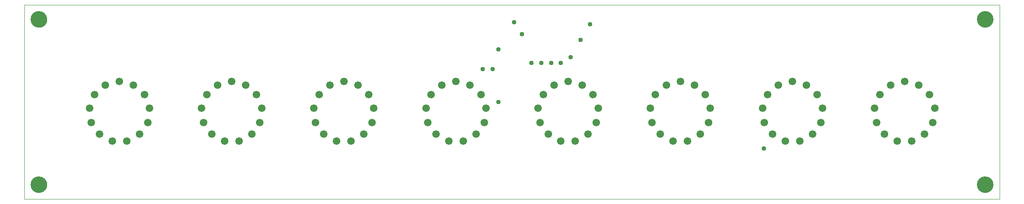
<source format=gts>
G75*
%MOIN*%
%OFA0B0*%
%FSLAX25Y25*%
%IPPOS*%
%LPD*%
%AMOC8*
5,1,8,0,0,1.08239X$1,22.5*
%
%ADD10C,0.00000*%
%ADD11C,0.13398*%
%ADD12C,0.06107*%
%ADD13C,0.03778*%
D10*
X0001000Y0001000D02*
X0001000Y0158480D01*
X0788402Y0158480D01*
X0788402Y0001000D01*
X0001000Y0001000D01*
X0006512Y0012811D02*
X0006514Y0012969D01*
X0006520Y0013127D01*
X0006530Y0013285D01*
X0006544Y0013443D01*
X0006562Y0013600D01*
X0006583Y0013757D01*
X0006609Y0013913D01*
X0006639Y0014069D01*
X0006672Y0014224D01*
X0006710Y0014377D01*
X0006751Y0014530D01*
X0006796Y0014682D01*
X0006845Y0014833D01*
X0006898Y0014982D01*
X0006954Y0015130D01*
X0007014Y0015276D01*
X0007078Y0015421D01*
X0007146Y0015564D01*
X0007217Y0015706D01*
X0007291Y0015846D01*
X0007369Y0015983D01*
X0007451Y0016119D01*
X0007535Y0016253D01*
X0007624Y0016384D01*
X0007715Y0016513D01*
X0007810Y0016640D01*
X0007907Y0016765D01*
X0008008Y0016887D01*
X0008112Y0017006D01*
X0008219Y0017123D01*
X0008329Y0017237D01*
X0008442Y0017348D01*
X0008557Y0017457D01*
X0008675Y0017562D01*
X0008796Y0017664D01*
X0008919Y0017764D01*
X0009045Y0017860D01*
X0009173Y0017953D01*
X0009303Y0018043D01*
X0009436Y0018129D01*
X0009571Y0018213D01*
X0009707Y0018292D01*
X0009846Y0018369D01*
X0009987Y0018441D01*
X0010129Y0018511D01*
X0010273Y0018576D01*
X0010419Y0018638D01*
X0010566Y0018696D01*
X0010715Y0018751D01*
X0010865Y0018802D01*
X0011016Y0018849D01*
X0011168Y0018892D01*
X0011321Y0018931D01*
X0011476Y0018967D01*
X0011631Y0018998D01*
X0011787Y0019026D01*
X0011943Y0019050D01*
X0012100Y0019070D01*
X0012258Y0019086D01*
X0012415Y0019098D01*
X0012574Y0019106D01*
X0012732Y0019110D01*
X0012890Y0019110D01*
X0013048Y0019106D01*
X0013207Y0019098D01*
X0013364Y0019086D01*
X0013522Y0019070D01*
X0013679Y0019050D01*
X0013835Y0019026D01*
X0013991Y0018998D01*
X0014146Y0018967D01*
X0014301Y0018931D01*
X0014454Y0018892D01*
X0014606Y0018849D01*
X0014757Y0018802D01*
X0014907Y0018751D01*
X0015056Y0018696D01*
X0015203Y0018638D01*
X0015349Y0018576D01*
X0015493Y0018511D01*
X0015635Y0018441D01*
X0015776Y0018369D01*
X0015915Y0018292D01*
X0016051Y0018213D01*
X0016186Y0018129D01*
X0016319Y0018043D01*
X0016449Y0017953D01*
X0016577Y0017860D01*
X0016703Y0017764D01*
X0016826Y0017664D01*
X0016947Y0017562D01*
X0017065Y0017457D01*
X0017180Y0017348D01*
X0017293Y0017237D01*
X0017403Y0017123D01*
X0017510Y0017006D01*
X0017614Y0016887D01*
X0017715Y0016765D01*
X0017812Y0016640D01*
X0017907Y0016513D01*
X0017998Y0016384D01*
X0018087Y0016253D01*
X0018171Y0016119D01*
X0018253Y0015983D01*
X0018331Y0015846D01*
X0018405Y0015706D01*
X0018476Y0015564D01*
X0018544Y0015421D01*
X0018608Y0015276D01*
X0018668Y0015130D01*
X0018724Y0014982D01*
X0018777Y0014833D01*
X0018826Y0014682D01*
X0018871Y0014530D01*
X0018912Y0014377D01*
X0018950Y0014224D01*
X0018983Y0014069D01*
X0019013Y0013913D01*
X0019039Y0013757D01*
X0019060Y0013600D01*
X0019078Y0013443D01*
X0019092Y0013285D01*
X0019102Y0013127D01*
X0019108Y0012969D01*
X0019110Y0012811D01*
X0019108Y0012653D01*
X0019102Y0012495D01*
X0019092Y0012337D01*
X0019078Y0012179D01*
X0019060Y0012022D01*
X0019039Y0011865D01*
X0019013Y0011709D01*
X0018983Y0011553D01*
X0018950Y0011398D01*
X0018912Y0011245D01*
X0018871Y0011092D01*
X0018826Y0010940D01*
X0018777Y0010789D01*
X0018724Y0010640D01*
X0018668Y0010492D01*
X0018608Y0010346D01*
X0018544Y0010201D01*
X0018476Y0010058D01*
X0018405Y0009916D01*
X0018331Y0009776D01*
X0018253Y0009639D01*
X0018171Y0009503D01*
X0018087Y0009369D01*
X0017998Y0009238D01*
X0017907Y0009109D01*
X0017812Y0008982D01*
X0017715Y0008857D01*
X0017614Y0008735D01*
X0017510Y0008616D01*
X0017403Y0008499D01*
X0017293Y0008385D01*
X0017180Y0008274D01*
X0017065Y0008165D01*
X0016947Y0008060D01*
X0016826Y0007958D01*
X0016703Y0007858D01*
X0016577Y0007762D01*
X0016449Y0007669D01*
X0016319Y0007579D01*
X0016186Y0007493D01*
X0016051Y0007409D01*
X0015915Y0007330D01*
X0015776Y0007253D01*
X0015635Y0007181D01*
X0015493Y0007111D01*
X0015349Y0007046D01*
X0015203Y0006984D01*
X0015056Y0006926D01*
X0014907Y0006871D01*
X0014757Y0006820D01*
X0014606Y0006773D01*
X0014454Y0006730D01*
X0014301Y0006691D01*
X0014146Y0006655D01*
X0013991Y0006624D01*
X0013835Y0006596D01*
X0013679Y0006572D01*
X0013522Y0006552D01*
X0013364Y0006536D01*
X0013207Y0006524D01*
X0013048Y0006516D01*
X0012890Y0006512D01*
X0012732Y0006512D01*
X0012574Y0006516D01*
X0012415Y0006524D01*
X0012258Y0006536D01*
X0012100Y0006552D01*
X0011943Y0006572D01*
X0011787Y0006596D01*
X0011631Y0006624D01*
X0011476Y0006655D01*
X0011321Y0006691D01*
X0011168Y0006730D01*
X0011016Y0006773D01*
X0010865Y0006820D01*
X0010715Y0006871D01*
X0010566Y0006926D01*
X0010419Y0006984D01*
X0010273Y0007046D01*
X0010129Y0007111D01*
X0009987Y0007181D01*
X0009846Y0007253D01*
X0009707Y0007330D01*
X0009571Y0007409D01*
X0009436Y0007493D01*
X0009303Y0007579D01*
X0009173Y0007669D01*
X0009045Y0007762D01*
X0008919Y0007858D01*
X0008796Y0007958D01*
X0008675Y0008060D01*
X0008557Y0008165D01*
X0008442Y0008274D01*
X0008329Y0008385D01*
X0008219Y0008499D01*
X0008112Y0008616D01*
X0008008Y0008735D01*
X0007907Y0008857D01*
X0007810Y0008982D01*
X0007715Y0009109D01*
X0007624Y0009238D01*
X0007535Y0009369D01*
X0007451Y0009503D01*
X0007369Y0009639D01*
X0007291Y0009776D01*
X0007217Y0009916D01*
X0007146Y0010058D01*
X0007078Y0010201D01*
X0007014Y0010346D01*
X0006954Y0010492D01*
X0006898Y0010640D01*
X0006845Y0010789D01*
X0006796Y0010940D01*
X0006751Y0011092D01*
X0006710Y0011245D01*
X0006672Y0011398D01*
X0006639Y0011553D01*
X0006609Y0011709D01*
X0006583Y0011865D01*
X0006562Y0012022D01*
X0006544Y0012179D01*
X0006530Y0012337D01*
X0006520Y0012495D01*
X0006514Y0012653D01*
X0006512Y0012811D01*
X0006512Y0146669D02*
X0006514Y0146827D01*
X0006520Y0146985D01*
X0006530Y0147143D01*
X0006544Y0147301D01*
X0006562Y0147458D01*
X0006583Y0147615D01*
X0006609Y0147771D01*
X0006639Y0147927D01*
X0006672Y0148082D01*
X0006710Y0148235D01*
X0006751Y0148388D01*
X0006796Y0148540D01*
X0006845Y0148691D01*
X0006898Y0148840D01*
X0006954Y0148988D01*
X0007014Y0149134D01*
X0007078Y0149279D01*
X0007146Y0149422D01*
X0007217Y0149564D01*
X0007291Y0149704D01*
X0007369Y0149841D01*
X0007451Y0149977D01*
X0007535Y0150111D01*
X0007624Y0150242D01*
X0007715Y0150371D01*
X0007810Y0150498D01*
X0007907Y0150623D01*
X0008008Y0150745D01*
X0008112Y0150864D01*
X0008219Y0150981D01*
X0008329Y0151095D01*
X0008442Y0151206D01*
X0008557Y0151315D01*
X0008675Y0151420D01*
X0008796Y0151522D01*
X0008919Y0151622D01*
X0009045Y0151718D01*
X0009173Y0151811D01*
X0009303Y0151901D01*
X0009436Y0151987D01*
X0009571Y0152071D01*
X0009707Y0152150D01*
X0009846Y0152227D01*
X0009987Y0152299D01*
X0010129Y0152369D01*
X0010273Y0152434D01*
X0010419Y0152496D01*
X0010566Y0152554D01*
X0010715Y0152609D01*
X0010865Y0152660D01*
X0011016Y0152707D01*
X0011168Y0152750D01*
X0011321Y0152789D01*
X0011476Y0152825D01*
X0011631Y0152856D01*
X0011787Y0152884D01*
X0011943Y0152908D01*
X0012100Y0152928D01*
X0012258Y0152944D01*
X0012415Y0152956D01*
X0012574Y0152964D01*
X0012732Y0152968D01*
X0012890Y0152968D01*
X0013048Y0152964D01*
X0013207Y0152956D01*
X0013364Y0152944D01*
X0013522Y0152928D01*
X0013679Y0152908D01*
X0013835Y0152884D01*
X0013991Y0152856D01*
X0014146Y0152825D01*
X0014301Y0152789D01*
X0014454Y0152750D01*
X0014606Y0152707D01*
X0014757Y0152660D01*
X0014907Y0152609D01*
X0015056Y0152554D01*
X0015203Y0152496D01*
X0015349Y0152434D01*
X0015493Y0152369D01*
X0015635Y0152299D01*
X0015776Y0152227D01*
X0015915Y0152150D01*
X0016051Y0152071D01*
X0016186Y0151987D01*
X0016319Y0151901D01*
X0016449Y0151811D01*
X0016577Y0151718D01*
X0016703Y0151622D01*
X0016826Y0151522D01*
X0016947Y0151420D01*
X0017065Y0151315D01*
X0017180Y0151206D01*
X0017293Y0151095D01*
X0017403Y0150981D01*
X0017510Y0150864D01*
X0017614Y0150745D01*
X0017715Y0150623D01*
X0017812Y0150498D01*
X0017907Y0150371D01*
X0017998Y0150242D01*
X0018087Y0150111D01*
X0018171Y0149977D01*
X0018253Y0149841D01*
X0018331Y0149704D01*
X0018405Y0149564D01*
X0018476Y0149422D01*
X0018544Y0149279D01*
X0018608Y0149134D01*
X0018668Y0148988D01*
X0018724Y0148840D01*
X0018777Y0148691D01*
X0018826Y0148540D01*
X0018871Y0148388D01*
X0018912Y0148235D01*
X0018950Y0148082D01*
X0018983Y0147927D01*
X0019013Y0147771D01*
X0019039Y0147615D01*
X0019060Y0147458D01*
X0019078Y0147301D01*
X0019092Y0147143D01*
X0019102Y0146985D01*
X0019108Y0146827D01*
X0019110Y0146669D01*
X0019108Y0146511D01*
X0019102Y0146353D01*
X0019092Y0146195D01*
X0019078Y0146037D01*
X0019060Y0145880D01*
X0019039Y0145723D01*
X0019013Y0145567D01*
X0018983Y0145411D01*
X0018950Y0145256D01*
X0018912Y0145103D01*
X0018871Y0144950D01*
X0018826Y0144798D01*
X0018777Y0144647D01*
X0018724Y0144498D01*
X0018668Y0144350D01*
X0018608Y0144204D01*
X0018544Y0144059D01*
X0018476Y0143916D01*
X0018405Y0143774D01*
X0018331Y0143634D01*
X0018253Y0143497D01*
X0018171Y0143361D01*
X0018087Y0143227D01*
X0017998Y0143096D01*
X0017907Y0142967D01*
X0017812Y0142840D01*
X0017715Y0142715D01*
X0017614Y0142593D01*
X0017510Y0142474D01*
X0017403Y0142357D01*
X0017293Y0142243D01*
X0017180Y0142132D01*
X0017065Y0142023D01*
X0016947Y0141918D01*
X0016826Y0141816D01*
X0016703Y0141716D01*
X0016577Y0141620D01*
X0016449Y0141527D01*
X0016319Y0141437D01*
X0016186Y0141351D01*
X0016051Y0141267D01*
X0015915Y0141188D01*
X0015776Y0141111D01*
X0015635Y0141039D01*
X0015493Y0140969D01*
X0015349Y0140904D01*
X0015203Y0140842D01*
X0015056Y0140784D01*
X0014907Y0140729D01*
X0014757Y0140678D01*
X0014606Y0140631D01*
X0014454Y0140588D01*
X0014301Y0140549D01*
X0014146Y0140513D01*
X0013991Y0140482D01*
X0013835Y0140454D01*
X0013679Y0140430D01*
X0013522Y0140410D01*
X0013364Y0140394D01*
X0013207Y0140382D01*
X0013048Y0140374D01*
X0012890Y0140370D01*
X0012732Y0140370D01*
X0012574Y0140374D01*
X0012415Y0140382D01*
X0012258Y0140394D01*
X0012100Y0140410D01*
X0011943Y0140430D01*
X0011787Y0140454D01*
X0011631Y0140482D01*
X0011476Y0140513D01*
X0011321Y0140549D01*
X0011168Y0140588D01*
X0011016Y0140631D01*
X0010865Y0140678D01*
X0010715Y0140729D01*
X0010566Y0140784D01*
X0010419Y0140842D01*
X0010273Y0140904D01*
X0010129Y0140969D01*
X0009987Y0141039D01*
X0009846Y0141111D01*
X0009707Y0141188D01*
X0009571Y0141267D01*
X0009436Y0141351D01*
X0009303Y0141437D01*
X0009173Y0141527D01*
X0009045Y0141620D01*
X0008919Y0141716D01*
X0008796Y0141816D01*
X0008675Y0141918D01*
X0008557Y0142023D01*
X0008442Y0142132D01*
X0008329Y0142243D01*
X0008219Y0142357D01*
X0008112Y0142474D01*
X0008008Y0142593D01*
X0007907Y0142715D01*
X0007810Y0142840D01*
X0007715Y0142967D01*
X0007624Y0143096D01*
X0007535Y0143227D01*
X0007451Y0143361D01*
X0007369Y0143497D01*
X0007291Y0143634D01*
X0007217Y0143774D01*
X0007146Y0143916D01*
X0007078Y0144059D01*
X0007014Y0144204D01*
X0006954Y0144350D01*
X0006898Y0144498D01*
X0006845Y0144647D01*
X0006796Y0144798D01*
X0006751Y0144950D01*
X0006710Y0145103D01*
X0006672Y0145256D01*
X0006639Y0145411D01*
X0006609Y0145567D01*
X0006583Y0145723D01*
X0006562Y0145880D01*
X0006544Y0146037D01*
X0006530Y0146195D01*
X0006520Y0146353D01*
X0006514Y0146511D01*
X0006512Y0146669D01*
X0770292Y0146669D02*
X0770294Y0146827D01*
X0770300Y0146985D01*
X0770310Y0147143D01*
X0770324Y0147301D01*
X0770342Y0147458D01*
X0770363Y0147615D01*
X0770389Y0147771D01*
X0770419Y0147927D01*
X0770452Y0148082D01*
X0770490Y0148235D01*
X0770531Y0148388D01*
X0770576Y0148540D01*
X0770625Y0148691D01*
X0770678Y0148840D01*
X0770734Y0148988D01*
X0770794Y0149134D01*
X0770858Y0149279D01*
X0770926Y0149422D01*
X0770997Y0149564D01*
X0771071Y0149704D01*
X0771149Y0149841D01*
X0771231Y0149977D01*
X0771315Y0150111D01*
X0771404Y0150242D01*
X0771495Y0150371D01*
X0771590Y0150498D01*
X0771687Y0150623D01*
X0771788Y0150745D01*
X0771892Y0150864D01*
X0771999Y0150981D01*
X0772109Y0151095D01*
X0772222Y0151206D01*
X0772337Y0151315D01*
X0772455Y0151420D01*
X0772576Y0151522D01*
X0772699Y0151622D01*
X0772825Y0151718D01*
X0772953Y0151811D01*
X0773083Y0151901D01*
X0773216Y0151987D01*
X0773351Y0152071D01*
X0773487Y0152150D01*
X0773626Y0152227D01*
X0773767Y0152299D01*
X0773909Y0152369D01*
X0774053Y0152434D01*
X0774199Y0152496D01*
X0774346Y0152554D01*
X0774495Y0152609D01*
X0774645Y0152660D01*
X0774796Y0152707D01*
X0774948Y0152750D01*
X0775101Y0152789D01*
X0775256Y0152825D01*
X0775411Y0152856D01*
X0775567Y0152884D01*
X0775723Y0152908D01*
X0775880Y0152928D01*
X0776038Y0152944D01*
X0776195Y0152956D01*
X0776354Y0152964D01*
X0776512Y0152968D01*
X0776670Y0152968D01*
X0776828Y0152964D01*
X0776987Y0152956D01*
X0777144Y0152944D01*
X0777302Y0152928D01*
X0777459Y0152908D01*
X0777615Y0152884D01*
X0777771Y0152856D01*
X0777926Y0152825D01*
X0778081Y0152789D01*
X0778234Y0152750D01*
X0778386Y0152707D01*
X0778537Y0152660D01*
X0778687Y0152609D01*
X0778836Y0152554D01*
X0778983Y0152496D01*
X0779129Y0152434D01*
X0779273Y0152369D01*
X0779415Y0152299D01*
X0779556Y0152227D01*
X0779695Y0152150D01*
X0779831Y0152071D01*
X0779966Y0151987D01*
X0780099Y0151901D01*
X0780229Y0151811D01*
X0780357Y0151718D01*
X0780483Y0151622D01*
X0780606Y0151522D01*
X0780727Y0151420D01*
X0780845Y0151315D01*
X0780960Y0151206D01*
X0781073Y0151095D01*
X0781183Y0150981D01*
X0781290Y0150864D01*
X0781394Y0150745D01*
X0781495Y0150623D01*
X0781592Y0150498D01*
X0781687Y0150371D01*
X0781778Y0150242D01*
X0781867Y0150111D01*
X0781951Y0149977D01*
X0782033Y0149841D01*
X0782111Y0149704D01*
X0782185Y0149564D01*
X0782256Y0149422D01*
X0782324Y0149279D01*
X0782388Y0149134D01*
X0782448Y0148988D01*
X0782504Y0148840D01*
X0782557Y0148691D01*
X0782606Y0148540D01*
X0782651Y0148388D01*
X0782692Y0148235D01*
X0782730Y0148082D01*
X0782763Y0147927D01*
X0782793Y0147771D01*
X0782819Y0147615D01*
X0782840Y0147458D01*
X0782858Y0147301D01*
X0782872Y0147143D01*
X0782882Y0146985D01*
X0782888Y0146827D01*
X0782890Y0146669D01*
X0782888Y0146511D01*
X0782882Y0146353D01*
X0782872Y0146195D01*
X0782858Y0146037D01*
X0782840Y0145880D01*
X0782819Y0145723D01*
X0782793Y0145567D01*
X0782763Y0145411D01*
X0782730Y0145256D01*
X0782692Y0145103D01*
X0782651Y0144950D01*
X0782606Y0144798D01*
X0782557Y0144647D01*
X0782504Y0144498D01*
X0782448Y0144350D01*
X0782388Y0144204D01*
X0782324Y0144059D01*
X0782256Y0143916D01*
X0782185Y0143774D01*
X0782111Y0143634D01*
X0782033Y0143497D01*
X0781951Y0143361D01*
X0781867Y0143227D01*
X0781778Y0143096D01*
X0781687Y0142967D01*
X0781592Y0142840D01*
X0781495Y0142715D01*
X0781394Y0142593D01*
X0781290Y0142474D01*
X0781183Y0142357D01*
X0781073Y0142243D01*
X0780960Y0142132D01*
X0780845Y0142023D01*
X0780727Y0141918D01*
X0780606Y0141816D01*
X0780483Y0141716D01*
X0780357Y0141620D01*
X0780229Y0141527D01*
X0780099Y0141437D01*
X0779966Y0141351D01*
X0779831Y0141267D01*
X0779695Y0141188D01*
X0779556Y0141111D01*
X0779415Y0141039D01*
X0779273Y0140969D01*
X0779129Y0140904D01*
X0778983Y0140842D01*
X0778836Y0140784D01*
X0778687Y0140729D01*
X0778537Y0140678D01*
X0778386Y0140631D01*
X0778234Y0140588D01*
X0778081Y0140549D01*
X0777926Y0140513D01*
X0777771Y0140482D01*
X0777615Y0140454D01*
X0777459Y0140430D01*
X0777302Y0140410D01*
X0777144Y0140394D01*
X0776987Y0140382D01*
X0776828Y0140374D01*
X0776670Y0140370D01*
X0776512Y0140370D01*
X0776354Y0140374D01*
X0776195Y0140382D01*
X0776038Y0140394D01*
X0775880Y0140410D01*
X0775723Y0140430D01*
X0775567Y0140454D01*
X0775411Y0140482D01*
X0775256Y0140513D01*
X0775101Y0140549D01*
X0774948Y0140588D01*
X0774796Y0140631D01*
X0774645Y0140678D01*
X0774495Y0140729D01*
X0774346Y0140784D01*
X0774199Y0140842D01*
X0774053Y0140904D01*
X0773909Y0140969D01*
X0773767Y0141039D01*
X0773626Y0141111D01*
X0773487Y0141188D01*
X0773351Y0141267D01*
X0773216Y0141351D01*
X0773083Y0141437D01*
X0772953Y0141527D01*
X0772825Y0141620D01*
X0772699Y0141716D01*
X0772576Y0141816D01*
X0772455Y0141918D01*
X0772337Y0142023D01*
X0772222Y0142132D01*
X0772109Y0142243D01*
X0771999Y0142357D01*
X0771892Y0142474D01*
X0771788Y0142593D01*
X0771687Y0142715D01*
X0771590Y0142840D01*
X0771495Y0142967D01*
X0771404Y0143096D01*
X0771315Y0143227D01*
X0771231Y0143361D01*
X0771149Y0143497D01*
X0771071Y0143634D01*
X0770997Y0143774D01*
X0770926Y0143916D01*
X0770858Y0144059D01*
X0770794Y0144204D01*
X0770734Y0144350D01*
X0770678Y0144498D01*
X0770625Y0144647D01*
X0770576Y0144798D01*
X0770531Y0144950D01*
X0770490Y0145103D01*
X0770452Y0145256D01*
X0770419Y0145411D01*
X0770389Y0145567D01*
X0770363Y0145723D01*
X0770342Y0145880D01*
X0770324Y0146037D01*
X0770310Y0146195D01*
X0770300Y0146353D01*
X0770294Y0146511D01*
X0770292Y0146669D01*
X0770292Y0012811D02*
X0770294Y0012969D01*
X0770300Y0013127D01*
X0770310Y0013285D01*
X0770324Y0013443D01*
X0770342Y0013600D01*
X0770363Y0013757D01*
X0770389Y0013913D01*
X0770419Y0014069D01*
X0770452Y0014224D01*
X0770490Y0014377D01*
X0770531Y0014530D01*
X0770576Y0014682D01*
X0770625Y0014833D01*
X0770678Y0014982D01*
X0770734Y0015130D01*
X0770794Y0015276D01*
X0770858Y0015421D01*
X0770926Y0015564D01*
X0770997Y0015706D01*
X0771071Y0015846D01*
X0771149Y0015983D01*
X0771231Y0016119D01*
X0771315Y0016253D01*
X0771404Y0016384D01*
X0771495Y0016513D01*
X0771590Y0016640D01*
X0771687Y0016765D01*
X0771788Y0016887D01*
X0771892Y0017006D01*
X0771999Y0017123D01*
X0772109Y0017237D01*
X0772222Y0017348D01*
X0772337Y0017457D01*
X0772455Y0017562D01*
X0772576Y0017664D01*
X0772699Y0017764D01*
X0772825Y0017860D01*
X0772953Y0017953D01*
X0773083Y0018043D01*
X0773216Y0018129D01*
X0773351Y0018213D01*
X0773487Y0018292D01*
X0773626Y0018369D01*
X0773767Y0018441D01*
X0773909Y0018511D01*
X0774053Y0018576D01*
X0774199Y0018638D01*
X0774346Y0018696D01*
X0774495Y0018751D01*
X0774645Y0018802D01*
X0774796Y0018849D01*
X0774948Y0018892D01*
X0775101Y0018931D01*
X0775256Y0018967D01*
X0775411Y0018998D01*
X0775567Y0019026D01*
X0775723Y0019050D01*
X0775880Y0019070D01*
X0776038Y0019086D01*
X0776195Y0019098D01*
X0776354Y0019106D01*
X0776512Y0019110D01*
X0776670Y0019110D01*
X0776828Y0019106D01*
X0776987Y0019098D01*
X0777144Y0019086D01*
X0777302Y0019070D01*
X0777459Y0019050D01*
X0777615Y0019026D01*
X0777771Y0018998D01*
X0777926Y0018967D01*
X0778081Y0018931D01*
X0778234Y0018892D01*
X0778386Y0018849D01*
X0778537Y0018802D01*
X0778687Y0018751D01*
X0778836Y0018696D01*
X0778983Y0018638D01*
X0779129Y0018576D01*
X0779273Y0018511D01*
X0779415Y0018441D01*
X0779556Y0018369D01*
X0779695Y0018292D01*
X0779831Y0018213D01*
X0779966Y0018129D01*
X0780099Y0018043D01*
X0780229Y0017953D01*
X0780357Y0017860D01*
X0780483Y0017764D01*
X0780606Y0017664D01*
X0780727Y0017562D01*
X0780845Y0017457D01*
X0780960Y0017348D01*
X0781073Y0017237D01*
X0781183Y0017123D01*
X0781290Y0017006D01*
X0781394Y0016887D01*
X0781495Y0016765D01*
X0781592Y0016640D01*
X0781687Y0016513D01*
X0781778Y0016384D01*
X0781867Y0016253D01*
X0781951Y0016119D01*
X0782033Y0015983D01*
X0782111Y0015846D01*
X0782185Y0015706D01*
X0782256Y0015564D01*
X0782324Y0015421D01*
X0782388Y0015276D01*
X0782448Y0015130D01*
X0782504Y0014982D01*
X0782557Y0014833D01*
X0782606Y0014682D01*
X0782651Y0014530D01*
X0782692Y0014377D01*
X0782730Y0014224D01*
X0782763Y0014069D01*
X0782793Y0013913D01*
X0782819Y0013757D01*
X0782840Y0013600D01*
X0782858Y0013443D01*
X0782872Y0013285D01*
X0782882Y0013127D01*
X0782888Y0012969D01*
X0782890Y0012811D01*
X0782888Y0012653D01*
X0782882Y0012495D01*
X0782872Y0012337D01*
X0782858Y0012179D01*
X0782840Y0012022D01*
X0782819Y0011865D01*
X0782793Y0011709D01*
X0782763Y0011553D01*
X0782730Y0011398D01*
X0782692Y0011245D01*
X0782651Y0011092D01*
X0782606Y0010940D01*
X0782557Y0010789D01*
X0782504Y0010640D01*
X0782448Y0010492D01*
X0782388Y0010346D01*
X0782324Y0010201D01*
X0782256Y0010058D01*
X0782185Y0009916D01*
X0782111Y0009776D01*
X0782033Y0009639D01*
X0781951Y0009503D01*
X0781867Y0009369D01*
X0781778Y0009238D01*
X0781687Y0009109D01*
X0781592Y0008982D01*
X0781495Y0008857D01*
X0781394Y0008735D01*
X0781290Y0008616D01*
X0781183Y0008499D01*
X0781073Y0008385D01*
X0780960Y0008274D01*
X0780845Y0008165D01*
X0780727Y0008060D01*
X0780606Y0007958D01*
X0780483Y0007858D01*
X0780357Y0007762D01*
X0780229Y0007669D01*
X0780099Y0007579D01*
X0779966Y0007493D01*
X0779831Y0007409D01*
X0779695Y0007330D01*
X0779556Y0007253D01*
X0779415Y0007181D01*
X0779273Y0007111D01*
X0779129Y0007046D01*
X0778983Y0006984D01*
X0778836Y0006926D01*
X0778687Y0006871D01*
X0778537Y0006820D01*
X0778386Y0006773D01*
X0778234Y0006730D01*
X0778081Y0006691D01*
X0777926Y0006655D01*
X0777771Y0006624D01*
X0777615Y0006596D01*
X0777459Y0006572D01*
X0777302Y0006552D01*
X0777144Y0006536D01*
X0776987Y0006524D01*
X0776828Y0006516D01*
X0776670Y0006512D01*
X0776512Y0006512D01*
X0776354Y0006516D01*
X0776195Y0006524D01*
X0776038Y0006536D01*
X0775880Y0006552D01*
X0775723Y0006572D01*
X0775567Y0006596D01*
X0775411Y0006624D01*
X0775256Y0006655D01*
X0775101Y0006691D01*
X0774948Y0006730D01*
X0774796Y0006773D01*
X0774645Y0006820D01*
X0774495Y0006871D01*
X0774346Y0006926D01*
X0774199Y0006984D01*
X0774053Y0007046D01*
X0773909Y0007111D01*
X0773767Y0007181D01*
X0773626Y0007253D01*
X0773487Y0007330D01*
X0773351Y0007409D01*
X0773216Y0007493D01*
X0773083Y0007579D01*
X0772953Y0007669D01*
X0772825Y0007762D01*
X0772699Y0007858D01*
X0772576Y0007958D01*
X0772455Y0008060D01*
X0772337Y0008165D01*
X0772222Y0008274D01*
X0772109Y0008385D01*
X0771999Y0008499D01*
X0771892Y0008616D01*
X0771788Y0008735D01*
X0771687Y0008857D01*
X0771590Y0008982D01*
X0771495Y0009109D01*
X0771404Y0009238D01*
X0771315Y0009369D01*
X0771231Y0009503D01*
X0771149Y0009639D01*
X0771071Y0009776D01*
X0770997Y0009916D01*
X0770926Y0010058D01*
X0770858Y0010201D01*
X0770794Y0010346D01*
X0770734Y0010492D01*
X0770678Y0010640D01*
X0770625Y0010789D01*
X0770576Y0010940D01*
X0770531Y0011092D01*
X0770490Y0011245D01*
X0770452Y0011398D01*
X0770419Y0011553D01*
X0770389Y0011709D01*
X0770363Y0011865D01*
X0770342Y0012022D01*
X0770324Y0012179D01*
X0770310Y0012337D01*
X0770300Y0012495D01*
X0770294Y0012653D01*
X0770292Y0012811D01*
D11*
X0776591Y0012811D03*
X0776591Y0146669D03*
X0012811Y0146669D03*
X0012811Y0012811D03*
D12*
X0071940Y0048204D03*
X0083604Y0048204D03*
X0093932Y0053625D03*
X0061611Y0053625D03*
X0054985Y0063224D03*
X0100558Y0063224D03*
X0145537Y0063224D03*
X0152163Y0053625D03*
X0162491Y0048204D03*
X0174155Y0048204D03*
X0184483Y0053625D03*
X0191109Y0063224D03*
X0236088Y0063224D03*
X0242714Y0053625D03*
X0253042Y0048204D03*
X0264706Y0048204D03*
X0275034Y0053625D03*
X0281660Y0063224D03*
X0326639Y0063224D03*
X0333265Y0053625D03*
X0343593Y0048204D03*
X0355257Y0048204D03*
X0365585Y0053625D03*
X0372211Y0063224D03*
X0417190Y0063224D03*
X0423816Y0053625D03*
X0434144Y0048204D03*
X0445808Y0048204D03*
X0456137Y0053625D03*
X0462763Y0063224D03*
X0507741Y0063224D03*
X0514367Y0053625D03*
X0524696Y0048204D03*
X0536359Y0048204D03*
X0546688Y0053625D03*
X0553314Y0063224D03*
X0598293Y0063224D03*
X0604919Y0053625D03*
X0615247Y0048204D03*
X0626911Y0048204D03*
X0637239Y0053625D03*
X0643865Y0063224D03*
X0688844Y0063224D03*
X0695470Y0053625D03*
X0705798Y0048204D03*
X0717462Y0048204D03*
X0727790Y0053625D03*
X0734416Y0063224D03*
X0735822Y0074804D03*
X0687438Y0074804D03*
X0645271Y0074804D03*
X0596887Y0074804D03*
X0554720Y0074804D03*
X0506335Y0074804D03*
X0464169Y0074804D03*
X0415784Y0074804D03*
X0373617Y0074804D03*
X0325233Y0074804D03*
X0283066Y0074804D03*
X0234682Y0074804D03*
X0192515Y0074804D03*
X0144131Y0074804D03*
X0101964Y0074804D03*
X0053580Y0074804D03*
X0057716Y0085710D03*
X0066446Y0093444D03*
X0077772Y0096236D03*
X0089097Y0093444D03*
X0097828Y0085710D03*
X0148267Y0085710D03*
X0156998Y0093444D03*
X0168323Y0096236D03*
X0179648Y0093444D03*
X0188379Y0085710D03*
X0238818Y0085710D03*
X0247549Y0093444D03*
X0258874Y0096236D03*
X0270199Y0093444D03*
X0278930Y0085710D03*
X0329369Y0085710D03*
X0338100Y0093444D03*
X0349425Y0096236D03*
X0360750Y0093444D03*
X0369481Y0085710D03*
X0419920Y0085710D03*
X0428651Y0093444D03*
X0439976Y0096236D03*
X0451302Y0093444D03*
X0460032Y0085710D03*
X0510472Y0085710D03*
X0519202Y0093444D03*
X0530528Y0096236D03*
X0541853Y0093444D03*
X0550583Y0085710D03*
X0601023Y0085710D03*
X0609754Y0093444D03*
X0621079Y0096236D03*
X0632404Y0093444D03*
X0641135Y0085710D03*
X0691574Y0085710D03*
X0700305Y0093444D03*
X0711630Y0096236D03*
X0722955Y0093444D03*
X0731686Y0085710D03*
D13*
X0597850Y0041945D03*
X0383677Y0079740D03*
X0378953Y0106512D03*
X0371079Y0106512D03*
X0410449Y0111236D03*
X0418323Y0111236D03*
X0426197Y0111236D03*
X0434071Y0111236D03*
X0441945Y0115961D03*
X0383677Y0122260D03*
X0402575Y0134858D03*
X0396276Y0144307D03*
X0457693Y0142732D03*
X0449819Y0130134D03*
M02*

</source>
